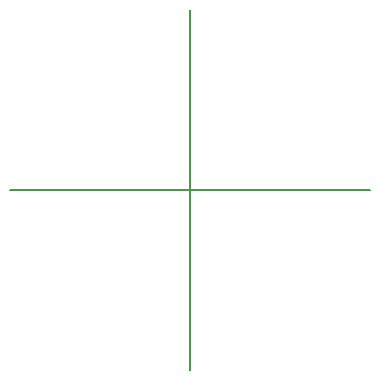
<source format=gbr>
%TF.GenerationSoftware,KiCad,Pcbnew,7.0.7*%
%TF.CreationDate,2024-01-02T00:36:13-08:00*%
%TF.ProjectId,edge_board,65646765-5f62-46f6-9172-642e6b696361,rev?*%
%TF.SameCoordinates,Original*%
%TF.FileFunction,Other,Comment*%
%FSLAX46Y46*%
G04 Gerber Fmt 4.6, Leading zero omitted, Abs format (unit mm)*
G04 Created by KiCad (PCBNEW 7.0.7) date 2024-01-02 00:36:13*
%MOMM*%
%LPD*%
G01*
G04 APERTURE LIST*
%ADD10C,0.150000*%
G04 APERTURE END LIST*
D10*
X124460000Y-88900000D02*
X154940000Y-88900000D01*
X139700000Y-73660000D02*
X139700000Y-104140000D01*
M02*

</source>
